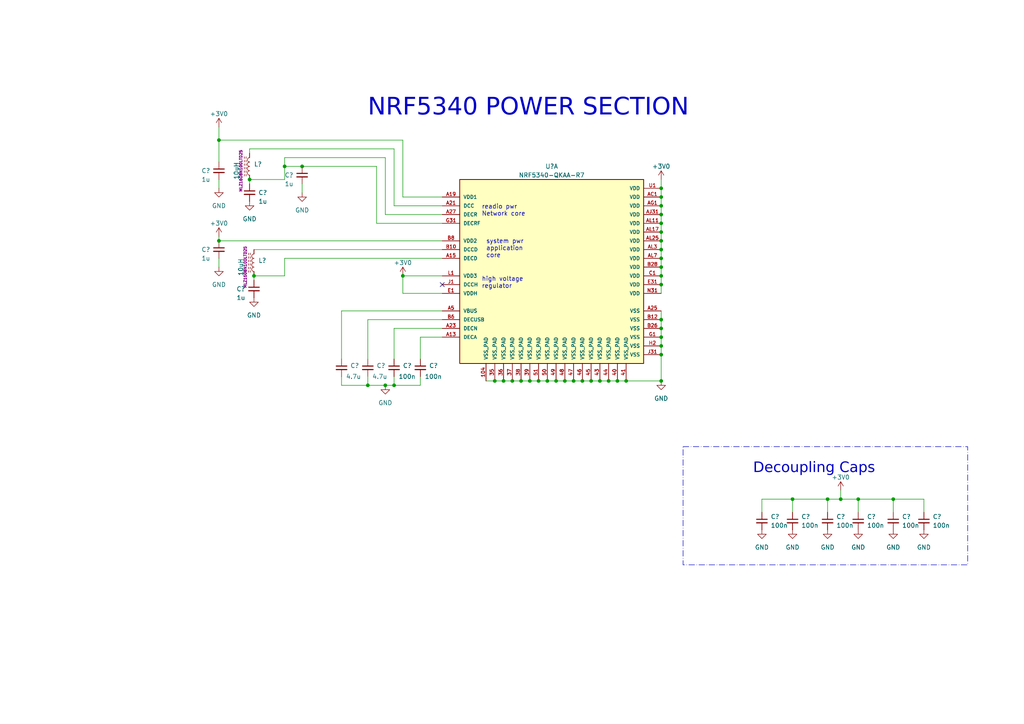
<source format=kicad_sch>
(kicad_sch (version 20230121) (generator eeschema)
  (paper "A4")
  (lib_symbols
    (symbol "Device:C_Small" (pin_numbers hide) (pin_names (offset 0.254) hide)
      (property "Reference" "C" (at 0.254 1.778 0))
      (property "Value" "C_Small" (at 0.254 -2.032 0))
      (symbol "C_Small_0_1"
        (polyline (pts (xy -1.524 -0.508) (xy 1.524 -0.508)) (stroke (width 0.3302)))
        (polyline (pts (xy -1.524 0.508) (xy 1.524 0.508)) (stroke (width 0.3048)))
      )
      (symbol "C_Small_1_1"
        (pin passive line (at 0 2.54 270) (length 2.032) (name "~") (number "1"))
        (pin passive line (at 0 -2.54 90) (length 2.032) (name "~") (number "2"))
      )
    )
    (symbol "Device:L_Ferrite" (pin_numbers hide) (pin_names (offset 1.016) hide)
      (property "Reference" "L" (at -1.27 0 90))
      (property "Value" "L_Ferrite" (at 2.794 0 90))
      (symbol "L_Ferrite_0_1"
        (arc (start 0 -2.54) (mid 0.6323 -1.905) (end 0 -1.27))
        (arc (start 0 -1.27) (mid 0.6323 -0.635) (end 0 0))
        (polyline (pts (xy 1.016 -2.794) (xy 1.016 -2.286)))
        (polyline (pts (xy 1.016 -1.778) (xy 1.016 -1.27)))
        (polyline (pts (xy 1.016 -0.762) (xy 1.016 -0.254)))
        (polyline (pts (xy 1.016 0.254) (xy 1.016 0.762)))
        (polyline (pts (xy 1.016 1.27) (xy 1.016 1.778)))
        (polyline (pts (xy 1.016 2.286) (xy 1.016 2.794)))
        (polyline (pts (xy 1.524 -2.286) (xy 1.524 -2.794)))
        (polyline (pts (xy 1.524 -1.27) (xy 1.524 -1.778)))
        (polyline (pts (xy 1.524 -0.254) (xy 1.524 -0.762)))
        (polyline (pts (xy 1.524 0.762) (xy 1.524 0.254)))
        (polyline (pts (xy 1.524 1.778) (xy 1.524 1.27)))
        (polyline (pts (xy 1.524 2.794) (xy 1.524 2.286)))
        (arc (start 0 0) (mid 0.6323 0.635) (end 0 1.27))
        (arc (start 0 1.27) (mid 0.6323 1.905) (end 0 2.54))
      )
      (symbol "L_Ferrite_1_1"
        (pin passive line (at 0 3.81 270) (length 1.27) (name "1") (number "1"))
        (pin passive line (at 0 -3.81 90) (length 1.27) (name "2") (number "2"))
      )
    )
    (symbol "GCL_Integrated-Circuits:NRF5340-QKAA-R7" (pin_names (offset 1.016))
      (property "Reference" "U" (at 15.24 22.86 0))
      (property "Value" "NRF5340-QKAA-R7" (at -2.54 20.32 0))
      (symbol "NRF5340-QKAA-R7_1_0"
        (rectangle (start -12.7 22.86) (end 40.64 -30.48) (stroke (width 0.254)) (fill (type background)))
        (pin power_in line (at -5.08 -35.56 90) (length 5.08) (name "VSS_PAD") (number "104"))
        (pin power_in line (at -2.54 -35.56 90) (length 5.08) (name "VSS_PAD") (number "35"))
        (pin power_in line (at 0 -35.56 90) (length 5.08) (name "VSS_PAD") (number "36"))
        (pin power_in line (at 2.54 -35.56 90) (length 5.08) (name "VSS_PAD") (number "37"))
        (pin power_in line (at 5.08 -35.56 90) (length 5.08) (name "VSS_PAD") (number "38"))
        (pin power_in line (at 7.62 -35.56 90) (length 5.08) (name "VSS_PAD") (number "39"))
        (pin power_in line (at 33.02 -35.56 90) (length 5.08) (name "VSS_PAD") (number "40"))
        (pin power_in line (at 35.56 -35.56 90) (length 5.08) (name "VSS_PAD") (number "41"))
        (pin power_in line (at 27.94 -35.56 90) (length 5.08) (name "VSS_PAD") (number "43"))
        (pin power_in line (at 30.48 -35.56 90) (length 5.08) (name "VSS_PAD") (number "44"))
        (pin power_in line (at 25.4 -35.56 90) (length 5.08) (name "VSS_PAD") (number "45"))
        (pin power_in line (at 22.86 -35.56 90) (length 5.08) (name "VSS_PAD") (number "46"))
        (pin power_in line (at 20.32 -35.56 90) (length 5.08) (name "VSS_PAD") (number "47"))
        (pin power_in line (at 17.78 -35.56 90) (length 5.08) (name "VSS_PAD") (number "48"))
        (pin power_in line (at 15.24 -35.56 90) (length 5.08) (name "VSS_PAD") (number "49"))
        (pin power_in line (at 12.7 -35.56 90) (length 5.08) (name "VSS_PAD") (number "50"))
        (pin power_in line (at 10.16 -35.56 90) (length 5.08) (name "VSS_PAD") (number "51"))
        (pin power_in line (at -17.78 -22.86 0) (length 5.08) (name "DECA") (number "A13"))
        (pin power_in line (at -17.78 0 0) (length 5.08) (name "DECD") (number "A15"))
        (pin power_in line (at -17.78 17.78 0) (length 5.08) (name "VDD1") (number "A19"))
        (pin power_in line (at -17.78 15.24 0) (length 5.08) (name "DCC") (number "A21"))
        (pin power_in line (at -17.78 -20.32 0) (length 5.08) (name "DECN") (number "A23"))
        (pin power_in line (at 45.72 -15.24 180) (length 5.08) (name "VSS") (number "A25"))
        (pin power_in line (at -17.78 12.7 0) (length 5.08) (name "DECR") (number "A27"))
        (pin power_in line (at -17.78 -15.24 0) (length 5.08) (name "VBUS") (number "A5"))
        (pin power_in line (at 45.72 17.78 180) (length 5.08) (name "VDD") (number "AC1"))
        (pin power_in line (at 45.72 15.24 180) (length 5.08) (name "VDD") (number "AG1"))
        (pin power_in line (at 45.72 12.7 180) (length 5.08) (name "VDD") (number "AJ31"))
        (pin power_in line (at 45.72 10.16 180) (length 5.08) (name "VDD") (number "AL11"))
        (pin power_in line (at 45.72 7.62 180) (length 5.08) (name "VDD") (number "AL17"))
        (pin power_in line (at 45.72 5.08 180) (length 5.08) (name "VDD") (number "AL25"))
        (pin power_in line (at 45.72 2.54 180) (length 5.08) (name "VDD") (number "AL3"))
        (pin power_in line (at 45.72 0 180) (length 5.08) (name "VDD") (number "AL7"))
        (pin power_in line (at -17.78 2.54 0) (length 5.08) (name "DCCD") (number "B10"))
        (pin power_in line (at 45.72 -17.78 180) (length 5.08) (name "VSS") (number "B12"))
        (pin power_in line (at 45.72 -20.32 180) (length 5.08) (name "VSS") (number "B26"))
        (pin power_in line (at 45.72 -2.54 180) (length 5.08) (name "VDD") (number "B28"))
        (pin power_in line (at -17.78 -17.78 0) (length 5.08) (name "DECUSB") (number "B6"))
        (pin power_in line (at -17.78 5.08 0) (length 5.08) (name "VDD2") (number "B8"))
        (pin power_in line (at 45.72 -5.08 180) (length 5.08) (name "VDD") (number "C1"))
        (pin power_in line (at -17.78 -10.16 0) (length 5.08) (name "VDDH") (number "E1"))
        (pin power_in line (at 45.72 -7.62 180) (length 5.08) (name "VDD") (number "E31"))
        (pin power_in line (at 45.72 -22.86 180) (length 5.08) (name "VSS") (number "G1"))
        (pin power_in line (at -17.78 10.16 0) (length 5.08) (name "DECRF") (number "G31"))
        (pin power_in line (at 45.72 -25.4 180) (length 5.08) (name "VSS") (number "H2"))
        (pin power_in line (at -17.78 -7.62 0) (length 5.08) (name "DCCH") (number "J1"))
        (pin power_in line (at 45.72 -27.94 180) (length 5.08) (name "VSS") (number "J31"))
        (pin power_in line (at -17.78 -5.08 0) (length 5.08) (name "VDD3") (number "L1"))
        (pin power_in line (at 45.72 -10.16 180) (length 5.08) (name "VDD") (number "N31"))
        (pin power_in line (at 45.72 20.32 180) (length 5.08) (name "VDD") (number "U1"))
      )
      (symbol "NRF5340-QKAA-R7_2_0"
        (rectangle (start -10.16 -17.78) (end 10.16 20.32) (stroke (width 0.254)) (fill (type background)))
        (pin no_connect line (at 15.24 15.24 180) (length 5.08) (name "NC") (number "A1"))
        (pin no_connect line (at 15.24 12.7 180) (length 5.08) (name "NC") (number "A31"))
        (pin bidirectional line (at -15.24 -5.08 0) (length 5.08) (name "SWDIO") (number "AA31"))
        (pin input line (at -15.24 0 0) (length 5.08) (name "~{RESET}") (number "AC31"))
        (pin no_connect line (at 15.24 10.16 180) (length 5.08) (name "NC") (number "AG31"))
        (pin no_connect line (at 15.24 7.62 180) (length 5.08) (name "NC") (number "AL1"))
        (pin no_connect line (at 15.24 5.08 180) (length 5.08) (name "NC") (number "AL31"))
        (pin bidirectional line (at -15.24 -15.24 0) (length 5.08) (name "D+") (number "B2"))
        (pin output line (at -15.24 17.78 0) (length 5.08) (name "XC2") (number "B30"))
        (pin bidirectional line (at -15.24 -12.7 0) (length 5.08) (name "D-") (number "B4"))
        (pin input line (at -15.24 12.7 0) (length 5.08) (name "XC1") (number "C31"))
        (pin no_connect line (at 15.24 2.54 180) (length 5.08) (name "NC") (number "D2"))
        (pin no_connect line (at 15.24 0 180) (length 5.08) (name "NC") (number "F2"))
        (pin no_connect line (at 15.24 -2.54 180) (length 5.08) (name "NC") (number "K2"))
        (pin bidirectional line (at -15.24 7.62 0) (length 5.08) (name "ANT") (number "L31"))
        (pin no_connect line (at 15.24 17.78 180) (length 5.08) (name "NC") (number "T2"))
        (pin input clock (at -15.24 -2.54 0) (length 5.08) (name "SWDCLK") (number "W31"))
      )
      (symbol "NRF5340-QKAA-R7_3_0"
        (rectangle (start -15.24 -43.18) (end 15.24 40.64) (stroke (width 0.254)) (fill (type background)))
        (pin bidirectional line (at -20.32 30.48 0) (length 5.08) (name "P0.03/NFC2") (number "AA1"))
        (pin bidirectional line (at -20.32 22.86 0) (length 5.08) (name "P0.06/AIN2") (number "AB2"))
        (pin bidirectional line (at -20.32 20.32 0) (length 5.08) (name "P0.07/AIN3") (number "AD2"))
        (pin bidirectional line (at -20.32 -33.02 0) (length 5.08) (name "P0.28/AIN7") (number "AE31"))
        (pin bidirectional line (at -20.32 17.78 0) (length 5.08) (name "P0.08/TRACEDATA[3]/SCK") (number "AH2"))
        (pin bidirectional line (at -20.32 15.24 0) (length 5.08) (name "P0.09/TRACEDATA[2]/MOSI") (number "AJ1"))
        (pin bidirectional line (at -20.32 0 0) (length 5.08) (name "P0.15/IO[2]") (number "AK10"))
        (pin bidirectional line (at -20.32 -5.08 0) (length 5.08) (name "P0.17/SCK") (number "AK12"))
        (pin bidirectional line (at -20.32 -7.62 0) (length 5.08) (name "P0.18/CSN") (number "AK14"))
        (pin bidirectional line (at -20.32 -12.7 0) (length 5.08) (name "P0.20") (number "AK16"))
        (pin bidirectional line (at -20.32 -17.78 0) (length 5.08) (name "P0.22") (number "AK18"))
        (pin bidirectional line (at -20.32 12.7 0) (length 5.08) (name "P0.10/TRACEDATA[1]/MISO") (number "AK2"))
        (pin bidirectional line (at -20.32 -20.32 0) (length 5.08) (name "P0.23") (number "AK20"))
        (pin bidirectional line (at -20.32 -25.4 0) (length 5.08) (name "P0.25/AIN4") (number "AK28"))
        (pin bidirectional line (at -20.32 -30.48 0) (length 5.08) (name "P0.27/AIN6") (number "AK30"))
        (pin bidirectional line (at -20.32 10.16 0) (length 5.08) (name "P0.11/TRACEDATA[0]/CSN") (number "AK4"))
        (pin bidirectional line (at -20.32 7.62 0) (length 5.08) (name "P0.12/TRACECLK/DCX") (number "AK6"))
        (pin bidirectional line (at -20.32 2.54 0) (length 5.08) (name "P0.14/IO[1]") (number "AK8"))
        (pin bidirectional line (at -20.32 -10.16 0) (length 5.08) (name "P0.19") (number "AL13"))
        (pin bidirectional line (at -20.32 -15.24 0) (length 5.08) (name "P0.21") (number "AL15"))
        (pin bidirectional line (at -20.32 -22.86 0) (length 5.08) (name "P0.24") (number "AL27"))
        (pin bidirectional line (at -20.32 -27.94 0) (length 5.08) (name "P0.26/AIN5") (number "AL29"))
        (pin bidirectional line (at -20.32 5.08 0) (length 5.08) (name "P0.13/IO[0]") (number "AL5"))
        (pin bidirectional line (at -20.32 -2.54 0) (length 5.08) (name "P0.16/IO[3]") (number "AL9"))
        (pin bidirectional line (at -20.32 -40.64 0) (length 5.08) (name "P0.31") (number "B22"))
        (pin bidirectional line (at -20.32 -38.1 0) (length 5.08) (name "P0.30") (number "B24"))
        (pin bidirectional line (at -20.32 38.1 0) (length 5.08) (name "P0.00/XL1") (number "N1"))
        (pin bidirectional line (at -20.32 35.56 0) (length 5.08) (name "P0.01/XL2") (number "R1"))
        (pin bidirectional line (at -20.32 -35.56 0) (length 5.08) (name "P0.29") (number "U31"))
        (pin bidirectional line (at -20.32 27.94 0) (length 5.08) (name "P0.04/AIN0") (number "V2"))
        (pin bidirectional line (at -20.32 33.02 0) (length 5.08) (name "P0.02/NFC1") (number "W1"))
        (pin bidirectional line (at -20.32 25.4 0) (length 5.08) (name "P0.05/AIN1") (number "Y2"))
      )
      (symbol "NRF5340-QKAA-R7_4_0"
        (rectangle (start -7.62 20.32) (end 7.62 -22.86) (stroke (width 0.254)) (fill (type background)))
        (pin bidirectional line (at -12.7 -15.24 0) (length 5.08) (name "P1.13") (number "A17"))
        (pin bidirectional line (at -12.7 12.7 0) (length 5.08) (name "P1.02/TWI") (number "AE1"))
        (pin bidirectional line (at -12.7 10.16 0) (length 5.08) (name "P1.03/TWI") (number "AF2"))
        (pin bidirectional line (at -12.7 5.08 0) (length 5.08) (name "P1.05") (number "AK22"))
        (pin bidirectional line (at -12.7 0 0) (length 5.08) (name "P1.07") (number "AK24"))
        (pin bidirectional line (at -12.7 -5.08 0) (length 5.08) (name "P1.09") (number "AK26"))
        (pin bidirectional line (at -12.7 7.62 0) (length 5.08) (name "P1.04") (number "AL19"))
        (pin bidirectional line (at -12.7 2.54 0) (length 5.08) (name "P1.06") (number "AL21"))
        (pin bidirectional line (at -12.7 -2.54 0) (length 5.08) (name "P1.08") (number "AL23"))
        (pin bidirectional line (at -12.7 -20.32 0) (length 5.08) (name "P1.15") (number "B14"))
        (pin bidirectional line (at -12.7 -17.78 0) (length 5.08) (name "P1.14") (number "B16"))
        (pin bidirectional line (at -12.7 -12.7 0) (length 5.08) (name "P1.12") (number "B18"))
        (pin bidirectional line (at -12.7 -10.16 0) (length 5.08) (name "P1.11") (number "B20"))
        (pin bidirectional line (at -12.7 17.78 0) (length 5.08) (name "P1.00") (number "M2"))
        (pin bidirectional line (at -12.7 15.24 0) (length 5.08) (name "P1.01") (number "P2"))
        (pin bidirectional line (at -12.7 -7.62 0) (length 5.08) (name "P1.10") (number "R31"))
      )
    )
    (symbol "power:+3V0" (power) (pin_names (offset 0))
      (property "Value" "+3V0" (at 0 3.556 0))
      (symbol "+3V0_0_1"
        (polyline (pts (xy -0.762 1.27) (xy 0 2.54)))
        (polyline (pts (xy 0 0) (xy 0 2.54)))
        (polyline (pts (xy 0 2.54) (xy 0.762 1.27)))
      )
      (symbol "+3V0_1_1"
        (pin power_in line (at 0 0 90) (length 0) hide (name "+3V0") (number "1"))
      )
    )
    (symbol "power:GND" (power) (pin_names (offset 0))
      (property "Value" "GND" (at 0 -3.81 0))
      (symbol "GND_0_1"
        (polyline (pts (xy 0 0) (xy 0 -1.27) (xy 1.27 -1.27) (xy 0 -2.54) (xy -1.27 -1.27) (xy 0 -1.27)))
      )
      (symbol "GND_1_1"
        (pin power_in line (at 0 0 270) (length 0) hide (name "GND") (number "1"))
      )
    )
  )
  (junction (at 243.84 144.78))
  (junction (at 191.77 102.87))
  (junction (at 156.21 110.49))
  (junction (at 191.77 67.31))
  (junction (at 171.45 110.49))
  (junction (at 63.5 40.64))
  (junction (at 191.77 74.93))
  (junction (at 143.51 110.49))
  (junction (at 181.61 110.49))
  (junction (at 191.77 64.77))
  (junction (at 63.5 69.85))
  (junction (at 191.77 69.85))
  (junction (at 161.29 110.49))
  (junction (at 191.77 59.69))
  (junction (at 163.83 110.49))
  (junction (at 173.99 110.49))
  (junction (at 248.92 144.78))
  (junction (at 191.77 77.47))
  (junction (at 229.87 144.78))
  (junction (at 191.77 82.55))
  (junction (at 179.07 110.49))
  (junction (at 191.77 110.49))
  (junction (at 168.91 110.49))
  (junction (at 191.77 57.15))
  (junction (at 191.77 100.33))
  (junction (at 166.37 110.49))
  (junction (at 106.68 111.76))
  (junction (at 191.77 72.39))
  (junction (at 191.77 62.23))
  (junction (at 146.05 110.49))
  (junction (at 158.75 110.49))
  (junction (at 151.13 110.49))
  (junction (at 176.53 110.49))
  (junction (at 111.76 111.76))
  (junction (at 73.66 80.01))
  (junction (at 87.63 48.26))
  (junction (at 116.84 80.01))
  (junction (at 191.77 95.25))
  (junction (at 72.39 52.07))
  (junction (at 259.08 144.78))
  (junction (at 153.67 110.49))
  (junction (at 191.77 80.01))
  (junction (at 114.3 111.76))
  (junction (at 82.55 48.26))
  (junction (at 240.03 144.78))
  (junction (at 191.77 97.79))
  (junction (at 191.77 54.61))
  (junction (at 191.77 92.71))
  (junction (at 148.59 110.49))
  (no_connect (at 128.27 82.55))
  (wire (pts (xy 73.66 80.01) (xy 73.66 81.28)))
  (wire (pts (xy 109.22 64.77) (xy 128.27 64.77)))
  (wire (pts (xy 156.21 110.49) (xy 153.67 110.49)))
  (wire (pts (xy 143.51 110.49) (xy 140.97 110.49)))
  (wire (pts (xy 114.3 111.76) (xy 121.92 111.76)))
  (wire (pts (xy 181.61 110.49) (xy 179.07 110.49)))
  (wire (pts (xy 267.97 148.59) (xy 267.97 144.78)))
  (wire (pts (xy 191.77 69.85) (xy 191.77 72.39)))
  (wire (pts (xy 72.39 43.18) (xy 114.3 43.18)))
  (wire (pts (xy 191.77 90.17) (xy 191.77 92.71)))
  (wire (pts (xy 229.87 144.78) (xy 240.03 144.78)))
  (wire (pts (xy 63.5 54.61) (xy 63.5 52.07)))
  (wire (pts (xy 191.77 59.69) (xy 191.77 62.23)))
  (wire (pts (xy 191.77 110.49) (xy 181.61 110.49)))
  (wire (pts (xy 153.67 110.49) (xy 151.13 110.49)))
  (wire (pts (xy 82.55 74.93) (xy 128.27 74.93)))
  (wire (pts (xy 191.77 52.07) (xy 191.77 54.61)))
  (wire (pts (xy 191.77 80.01) (xy 191.77 82.55)))
  (wire (pts (xy 158.75 110.49) (xy 156.21 110.49)))
  (wire (pts (xy 63.5 40.64) (xy 116.84 40.64)))
  (wire (pts (xy 72.39 43.18) (xy 72.39 44.45)))
  (wire (pts (xy 168.91 110.49) (xy 166.37 110.49)))
  (wire (pts (xy 114.3 43.18) (xy 114.3 59.69)))
  (wire (pts (xy 111.76 111.76) (xy 114.3 111.76)))
  (wire (pts (xy 82.55 52.07) (xy 82.55 48.26)))
  (wire (pts (xy 63.5 68.58) (xy 63.5 69.85)))
  (wire (pts (xy 191.77 97.79) (xy 191.77 100.33)))
  (wire (pts (xy 267.97 144.78) (xy 259.08 144.78)))
  (wire (pts (xy 191.77 74.93) (xy 191.77 77.47)))
  (wire (pts (xy 243.84 144.78) (xy 240.03 144.78)))
  (wire (pts (xy 240.03 148.59) (xy 240.03 144.78)))
  (wire (pts (xy 243.84 142.24) (xy 243.84 144.78)))
  (wire (pts (xy 191.77 72.39) (xy 191.77 74.93)))
  (wire (pts (xy 87.63 55.88) (xy 87.63 53.34)))
  (wire (pts (xy 191.77 102.87) (xy 191.77 110.49)))
  (wire (pts (xy 82.55 45.72) (xy 111.76 45.72)))
  (wire (pts (xy 114.3 109.22) (xy 114.3 111.76)))
  (wire (pts (xy 191.77 77.47) (xy 191.77 80.01)))
  (wire (pts (xy 63.5 46.99) (xy 63.5 40.64)))
  (wire (pts (xy 191.77 92.71) (xy 191.77 95.25)))
  (wire (pts (xy 73.66 80.01) (xy 82.55 80.01)))
  (wire (pts (xy 128.27 62.23) (xy 111.76 62.23)))
  (wire (pts (xy 106.68 111.76) (xy 106.68 109.22)))
  (wire (pts (xy 109.22 48.26) (xy 109.22 64.77)))
  (wire (pts (xy 163.83 110.49) (xy 161.29 110.49)))
  (wire (pts (xy 179.07 110.49) (xy 176.53 110.49)))
  (wire (pts (xy 99.06 90.17) (xy 99.06 104.14)))
  (wire (pts (xy 176.53 110.49) (xy 173.99 110.49)))
  (wire (pts (xy 106.68 111.76) (xy 111.76 111.76)))
  (wire (pts (xy 99.06 111.76) (xy 106.68 111.76)))
  (wire (pts (xy 191.77 95.25) (xy 191.77 97.79)))
  (wire (pts (xy 99.06 90.17) (xy 128.27 90.17)))
  (wire (pts (xy 63.5 77.47) (xy 63.5 74.93)))
  (wire (pts (xy 173.99 110.49) (xy 171.45 110.49)))
  (wire (pts (xy 82.55 48.26) (xy 87.63 48.26)))
  (wire (pts (xy 82.55 48.26) (xy 82.55 45.72)))
  (wire (pts (xy 114.3 104.14) (xy 114.3 95.25)))
  (wire (pts (xy 121.92 97.79) (xy 121.92 104.14)))
  (wire (pts (xy 191.77 100.33) (xy 191.77 102.87)))
  (wire (pts (xy 220.98 148.59) (xy 220.98 144.78)))
  (wire (pts (xy 128.27 57.15) (xy 116.84 57.15)))
  (wire (pts (xy 128.27 97.79) (xy 121.92 97.79)))
  (wire (pts (xy 106.68 92.71) (xy 106.68 104.14)))
  (wire (pts (xy 248.92 148.59) (xy 248.92 144.78)))
  (wire (pts (xy 243.84 144.78) (xy 248.92 144.78)))
  (wire (pts (xy 148.59 110.49) (xy 146.05 110.49)))
  (wire (pts (xy 248.92 144.78) (xy 259.08 144.78)))
  (wire (pts (xy 82.55 80.01) (xy 82.55 74.93)))
  (wire (pts (xy 191.77 82.55) (xy 191.77 85.09)))
  (wire (pts (xy 72.39 52.07) (xy 82.55 52.07)))
  (wire (pts (xy 63.5 36.83) (xy 63.5 40.64)))
  (wire (pts (xy 161.29 110.49) (xy 158.75 110.49)))
  (wire (pts (xy 191.77 57.15) (xy 191.77 59.69)))
  (wire (pts (xy 114.3 59.69) (xy 128.27 59.69)))
  (wire (pts (xy 114.3 95.25) (xy 128.27 95.25)))
  (wire (pts (xy 99.06 109.22) (xy 99.06 111.76)))
  (wire (pts (xy 87.63 48.26) (xy 109.22 48.26)))
  (wire (pts (xy 229.87 148.59) (xy 229.87 144.78)))
  (wire (pts (xy 128.27 85.09) (xy 116.84 85.09)))
  (wire (pts (xy 128.27 69.85) (xy 63.5 69.85)))
  (wire (pts (xy 73.66 72.39) (xy 128.27 72.39)))
  (wire (pts (xy 72.39 52.07) (xy 72.39 53.34)))
  (wire (pts (xy 191.77 64.77) (xy 191.77 67.31)))
  (wire (pts (xy 106.68 92.71) (xy 128.27 92.71)))
  (wire (pts (xy 111.76 62.23) (xy 111.76 45.72)))
  (wire (pts (xy 171.45 110.49) (xy 168.91 110.49)))
  (wire (pts (xy 259.08 148.59) (xy 259.08 144.78)))
  (wire (pts (xy 191.77 67.31) (xy 191.77 69.85)))
  (wire (pts (xy 191.77 54.61) (xy 191.77 57.15)))
  (wire (pts (xy 146.05 110.49) (xy 143.51 110.49)))
  (wire (pts (xy 121.92 111.76) (xy 121.92 109.22)))
  (wire (pts (xy 116.84 57.15) (xy 116.84 40.64)))
  (wire (pts (xy 166.37 110.49) (xy 163.83 110.49)))
  (wire (pts (xy 191.77 62.23) (xy 191.77 64.77)))
  (wire (pts (xy 116.84 80.01) (xy 128.27 80.01)))
  (wire (pts (xy 116.84 85.09) (xy 116.84 80.01)))
  (wire (pts (xy 151.13 110.49) (xy 148.59 110.49)))
  (wire (pts (xy 220.98 144.78) (xy 229.87 144.78)))
  (rectangle (start 198.12 129.54) (end 280.67 163.83) (stroke (width 0) (type dash_dot)))
  (text "system pwr \napplication\ncore" (at 140.97 74.93 0) (effects (font (size 1.27 1.27)) (justify left bottom)))
  (text "Decoupling Caps" (at 218.44 138.43 0) (effects (font (size 3 3)) (justify left bottom)))
  (text "readio pwr\nNetwork core\n" (at 139.7 62.865 0) (effects (font (size 1.27 1.27)) (justify left bottom)))
  (text "high voltage\nregulator\n" (at 139.7 83.82 0) (effects (font (size 1.27 1.27)) (justify left bottom)))
  (text "NRF5340 POWER SECTION" (at 106.68 35.56 0) (effects (font (size 5 5)) (justify left bottom)))
  (symbol (lib_id "Device:C_Small") (at 72.39 55.88 0) (unit 1)
    (property "Reference" "C?" (at 74.93 55.88 0) (effects (justify left)))
    (property "Value" "1u" (at 74.93 58.42 0) (effects (justify left)))
    (property "Footprint" "Capacitor_SMD:C_0402_1005Metric" (effects hide))
    (instances (project "the_thingy" (path "" (reference "C?") (unit 1)) (path "" (reference "C3") (unit 1))))
  )
  (symbol (lib_id "power:GND") (at 73.66 86.36 0) (unit 1)
    (property "Reference" "#PWR011" (effects hide))
    (property "Value" "GND" (at 73.66 91.44 0))
    (instances (project "the_thingy" (path "" (reference "#PWR011") (unit 1)) (path "" (reference "#PWR035") (unit 1))))
  )
  (symbol (lib_id "power:GND") (at 229.87 153.67 0) (unit 1)
    (property "Reference" "#PWR021" (effects hide))
    (property "Value" "GND" (at 229.87 158.75 0))
    (instances (project "the_thingy" (path "" (reference "#PWR021") (unit 1)) (path "" (reference "#PWR017") (unit 1))))
  )
  (symbol (lib_id "power:GND") (at 220.98 153.67 0) (unit 1)
    (property "Reference" "#PWR020" (effects hide))
    (property "Value" "GND" (at 220.98 158.75 0))
    (instances (project "the_thingy" (path "" (reference "#PWR020") (unit 1)) (path "" (reference "#PWR016") (unit 1))))
  )
  (symbol (lib_id "Device:C_Small") (at 73.66 83.82 0) (unit 1)
    (property "Reference" "C?" (at 68.58 83.82 0) (effects (justify left)))
    (property "Value" "1u" (at 68.58 86.36 0) (effects (justify left)))
    (property "Footprint" "Capacitor_SMD:C_0402_1005Metric" (effects hide))
    (instances (project "the_thingy" (path "" (reference "C?") (unit 1)) (path "" (reference "C5") (unit 1))))
  )
  (symbol (lib_id "power:GND") (at 87.63 55.88 0) (unit 1)
    (property "Reference" "#PWR08" (effects hide))
    (property "Value" "GND" (at 87.63 60.96 0))
    (instances (project "the_thingy" (path "" (reference "#PWR08") (unit 1)) (path "" (reference "#PWR030") (unit 1))))
  )
  (symbol (lib_id "power:GND") (at 259.08 153.67 0) (unit 1)
    (property "Reference" "#PWR028" (effects hide))
    (property "Value" "GND" (at 259.08 158.75 0))
    (instances (project "the_thingy" (path "" (reference "#PWR028") (unit 1)) (path "" (reference "#PWR020") (unit 1))))
  )
  (symbol (lib_id "Device:C_Small") (at 106.68 106.68 0) (unit 1)
    (property "Reference" "C?" (at 109.22 106.0513 0) (effects (justify left)))
    (property "Value" "4.7u" (at 107.95 109.22 0) (effects (justify left)))
    (property "Footprint" "Capacitor_SMD:C_0402_1005Metric" (effects hide))
    (instances (project "the_thingy" (path "" (reference "C?") (unit 1)) (path "" (reference "C7") (unit 1))))
  )
  (symbol (lib_id "power:+3V0") (at 116.84 80.01 0) (unit 1)
    (property "Reference" "#PWR011" (effects hide))
    (property "Value" "+3V0" (at 116.84 76.2 0))
    (instances (project "the_thingy" (path "" (reference "#PWR011") (unit 1)) (path "" (reference "#PWR024") (unit 1))))
  )
  (symbol (lib_id "Device:C_Small") (at 229.87 151.13 0) (unit 1)
    (property "Reference" "C?" (at 232.41 149.86 0) (effects (justify left)))
    (property "Value" "100n" (at 232.41 152.4 0) (effects (justify left)))
    (property "Footprint" "Capacitor_SMD:C_0402_1005Metric" (effects hide))
    (instances (project "the_thingy" (path "" (reference "C?") (unit 1)) (path "" (reference "C13") (unit 1))))
  )
  (symbol (lib_id "power:+3V0") (at 191.77 52.07 0) (unit 1)
    (property "Reference" "#PWR011" (effects hide))
    (property "Value" "+3V0" (at 191.77 48.26 0))
    (instances (project "the_thingy" (path "" (reference "#PWR011") (unit 1)) (path "" (reference "#PWR025") (unit 1))))
  )
  (symbol (lib_id "Device:C_Small") (at 121.92 106.68 0) (unit 1)
    (property "Reference" "C?" (at 124.46 106.0513 0) (effects (justify left)))
    (property "Value" "100n" (at 123.19 109.22 0) (effects (justify left)))
    (property "Footprint" "Capacitor_SMD:C_0402_1005Metric" (effects hide))
    (instances (project "the_thingy" (path "" (reference "C?") (unit 1)) (path "" (reference "C9") (unit 1))))
  )
  (symbol (lib_id "power:GND") (at 63.5 77.47 0) (unit 1)
    (property "Reference" "#PWR010" (effects hide))
    (property "Value" "GND" (at 63.5 82.55 0))
    (instances (project "the_thingy" (path "" (reference "#PWR010") (unit 1)) (path "" (reference "#PWR033") (unit 1))))
  )
  (symbol (lib_id "Device:C_Small") (at 248.92 151.13 0) (unit 1)
    (property "Reference" "C?" (at 251.46 149.86 0) (effects (justify left)))
    (property "Value" "100n" (at 251.46 152.4 0) (effects (justify left)))
    (property "Footprint" "Capacitor_SMD:C_0402_1005Metric" (effects hide))
    (instances (project "the_thingy" (path "" (reference "C?") (unit 1)) (path "" (reference "C15") (unit 1))))
  )
  (symbol (lib_id "power:+3V0") (at 63.5 68.58 0) (unit 1)
    (property "Reference" "#PWR011" (effects hide))
    (property "Value" "+3V0" (at 63.5 64.77 0))
    (instances (project "the_thingy" (path "" (reference "#PWR011") (unit 1)) (path "" (reference "#PWR022") (unit 1))))
  )
  (symbol (lib_id "Device:C_Small") (at 267.97 151.13 0) (unit 1)
    (property "Reference" "C?" (at 270.51 149.86 0) (effects (justify left)))
    (property "Value" "100n" (at 270.51 152.4 0) (effects (justify left)))
    (property "Footprint" "Capacitor_SMD:C_0402_1005Metric" (effects hide))
    (instances (project "the_thingy" (path "" (reference "C?") (unit 1)) (path "" (reference "C17") (unit 1))))
  )
  (symbol (lib_id "power:GND") (at 111.76 111.76 0) (unit 1)
    (property "Reference" "#PWR01" (effects hide))
    (property "Value" "GND" (at 111.76 116.84 0))
    (instances (project "the_thingy" (path "" (reference "#PWR01") (unit 1)) (path "" (reference "#PWR037") (unit 1))))
  )
  (symbol (lib_id "power:GND") (at 248.92 153.67 0) (unit 1)
    (property "Reference" "#PWR027" (effects hide))
    (property "Value" "GND" (at 248.92 158.75 0))
    (instances (project "the_thingy" (path "" (reference "#PWR027") (unit 1)) (path "" (reference "#PWR019") (unit 1))))
  )
  (symbol (lib_id "Device:C_Small") (at 220.98 151.13 0) (unit 1)
    (property "Reference" "C?" (at 223.52 149.86 0) (effects (justify left)))
    (property "Value" "100n" (at 223.52 152.4 0) (effects (justify left)))
    (property "Footprint" "Capacitor_SMD:C_0402_1005Metric" (effects hide))
    (instances (project "the_thingy" (path "" (reference "C?") (unit 1)) (path "" (reference "C12") (unit 1))))
  )
  (symbol (lib_id "Device:L_Ferrite") (at 73.66 76.2 0) (mirror y) (unit 1)
    (property "Reference" "L?" (at 74.93 75.565 0) (effects (justify right)))
    (property "Value" "10uH" (at 69.85 74.93 90) (effects (justify right)))
    (property "Footprint" "Inductor_SMD:L_0603_1608Metric" (effects hide))
    (property "Datasheet" "https://www.digikey.com/en/products/detail/tdk-corporation/MLZ1608N100LTD25/4743180" (effects hide))
    (property "MPN" "MLZ1608N100LTD25" (at 71.12 77.47 90) (effects (font (size 0.8 0.8))))
    (instances (project "the_thingy" (path "" (reference "L?") (unit 1)) (path "" (reference "L2") (unit 1))))
  )
  (symbol (lib_id "Device:C_Small") (at 240.03 151.13 0) (unit 1)
    (property "Reference" "C?" (at 242.57 149.86 0) (effects (justify left)))
    (property "Value" "100n" (at 242.57 152.4 0) (effects (justify left)))
    (property "Footprint" "Capacitor_SMD:C_0402_1005Metric" (effects hide))
    (instances (project "the_thingy" (path "" (reference "C?") (unit 1)) (path "" (reference "C14") (unit 1))))
  )
  (symbol (lib_id "Device:C_Small") (at 114.3 106.68 0) (unit 1)
    (property "Reference" "C?" (at 116.84 106.0513 0) (effects (justify left)))
    (property "Value" "100n" (at 115.57 109.22 0) (effects (justify left)))
    (property "Footprint" "Capacitor_SMD:C_0402_1005Metric" (effects hide))
    (instances (project "the_thingy" (path "" (reference "C?") (unit 1)) (path "" (reference "C8") (unit 1))))
  )
  (symbol (lib_id "Device:C_Small") (at 99.06 106.68 0) (unit 1)
    (property "Reference" "C?" (at 101.6 106.0513 0) (effects (justify left)))
    (property "Value" "4.7u" (at 100.33 109.22 0) (effects (justify left)))
    (property "Footprint" "Capacitor_SMD:C_0402_1005Metric" (effects hide))
    (instances (project "the_thingy" (path "" (reference "C?") (unit 1)) (path "" (reference "C6") (unit 1))))
  )
  (symbol (lib_id "power:GND") (at 191.77 110.49 0) (unit 1)
    (property "Reference" "#PWR020" (effects hide))
    (property "Value" "GND" (at 191.77 115.57 0))
    (instances (project "the_thingy" (path "" (reference "#PWR020") (unit 1)) (path "" (reference "#PWR014") (unit 1))))
  )
  (symbol (lib_id "power:+3V0") (at 63.5 36.83 0) (unit 1)
    (property "Reference" "#PWR011" (effects hide))
    (property "Value" "+3V0" (at 63.5 33.02 0))
    (instances (project "the_thingy" (path "" (reference "#PWR011") (unit 1)) (path "" (reference "#PWR023") (unit 1))))
  )
  (symbol (lib_id "Device:C_Small") (at 87.63 50.8 0) (unit 1)
    (property "Reference" "C?" (at 82.55 50.8 0) (effects (justify left)))
    (property "Value" "1u" (at 82.55 53.34 0) (effects (justify left)))
    (property "Footprint" "Capacitor_SMD:C_0402_1005Metric" (effects hide))
    (instances (project "the_thingy" (path "" (reference "C?") (unit 1)) (path "" (reference "C2") (unit 1))))
  )
  (symbol (lib_id "Device:L_Ferrite") (at 72.39 48.26 0) (mirror y) (unit 1)
    (property "Reference" "L?" (at 73.66 47.625 0) (effects (justify right)))
    (property "Value" "10uH" (at 68.58 46.99 90) (effects (justify right)))
    (property "Footprint" "Inductor_SMD:L_0603_1608Metric" (effects hide))
    (property "Datasheet" "https://www.digikey.com/en/products/detail/tdk-corporation/MLZ1608N100LTD25/4743180" (effects hide))
    (property "MPN" "MLZ1608N100LTD25" (at 69.85 49.53 90) (effects (font (size 0.8 0.8))))
    (instances (project "the_thingy" (path "" (reference "L?") (unit 1)) (path "" (reference "L1") (unit 1))))
  )
  (symbol (lib_id "Device:C_Small") (at 63.5 72.39 0) (unit 1)
    (property "Reference" "C?" (at 58.42 72.39 0) (effects (justify left)))
    (property "Value" "1u" (at 58.42 74.93 0) (effects (justify left)))
    (property "Footprint" "Capacitor_SMD:C_0402_1005Metric" (effects hide))
    (instances (project "the_thingy" (path "" (reference "C?") (unit 1)) (path "" (reference "C4") (unit 1))))
  )
  (symbol (lib_id "power:GND") (at 267.97 153.67 0) (unit 1)
    (property "Reference" "#PWR029" (effects hide))
    (property "Value" "GND" (at 267.97 158.75 0))
    (instances (project "the_thingy" (path "" (reference "#PWR029") (unit 1)) (path "" (reference "#PWR021") (unit 1))))
  )
  (symbol (lib_id "GCL_Integrated-Circuits:NRF5340-QKAA-R7") (at 146.05 74.93 0) (unit 1)
    (property "Reference" "U?" (at 160.02 48.26 0))
    (property "Value" "NRF5340-QKAA-R7" (at 160.02 50.8 0))
    (property "Footprint" "greencharge-footprints:XCVR_NRF5340-QKAA-R7" (effects hide))
    (property "PARTREV" "1.0" (effects hide))
    (property "MANUFACTURER" "Nordic Semiconductor" (effects hide))
    (property "MAXIMUM_PACKAGE_HEIGHT" "0.85mm" (effects hide))
    (property "STANDARD" "Manufacturer Recommendations" (effects hide))
    (instances (project "the_thingy" (path "" (reference "U?") (unit 1)) (path "" (reference "U2") (unit 1))))
  )
  (symbol (lib_id "Device:C_Small") (at 63.5 49.53 0) (unit 1)
    (property "Reference" "C?" (at 58.42 49.53 0) (effects (justify left)))
    (property "Value" "1u" (at 58.42 52.07 0) (effects (justify left)))
    (property "Footprint" "Capacitor_SMD:C_0402_1005Metric" (effects hide))
    (instances (project "the_thingy" (path "" (reference "C?") (unit 1)) (path "" (reference "C1") (unit 1))))
  )
  (symbol (lib_id "power:+3V0") (at 243.84 142.24 0) (unit 1)
    (property "Reference" "#PWR011" (effects hide))
    (property "Value" "+3V0" (at 243.84 138.43 0))
    (instances (project "the_thingy" (path "" (reference "#PWR011") (unit 1)) (path "" (reference "#PWR01") (unit 1))))
  )
  (symbol (lib_id "power:GND") (at 240.03 153.67 0) (unit 1)
    (property "Reference" "#PWR026" (effects hide))
    (property "Value" "GND" (at 240.03 158.75 0))
    (instances (project "the_thingy" (path "" (reference "#PWR026") (unit 1)) (path "" (reference "#PWR018") (unit 1))))
  )
  (symbol (lib_id "Device:C_Small") (at 259.08 151.13 0) (unit 1)
    (property "Reference" "C?" (at 261.62 149.86 0) (effects (justify left)))
    (property "Value" "100n" (at 261.62 152.4 0) (effects (justify left)))
    (property "Footprint" "Capacitor_SMD:C_0402_1005Metric" (effects hide))
    (instances (project "the_thingy" (path "" (reference "C?") (unit 1)) (path "" (reference "C16") (unit 1))))
  )
  (symbol (lib_id "power:GND") (at 72.39 58.42 0) (unit 1)
    (property "Reference" "#PWR07" (effects hide))
    (property "Value" "GND" (at 72.39 63.5 0))
    (instances (project "the_thingy" (path "" (reference "#PWR07") (unit 1)) (path "" (reference "#PWR031") (unit 1))))
  )
  (symbol (lib_id "power:GND") (at 63.5 54.61 0) (unit 1)
    (property "Reference" "#PWR06" (effects hide))
    (property "Value" "GND" (at 63.5 59.69 0))
    (instances (project "the_thingy" (path "" (reference "#PWR06") (unit 1)) (path "" (reference "#PWR029") (unit 1))))
  )
)
</source>
